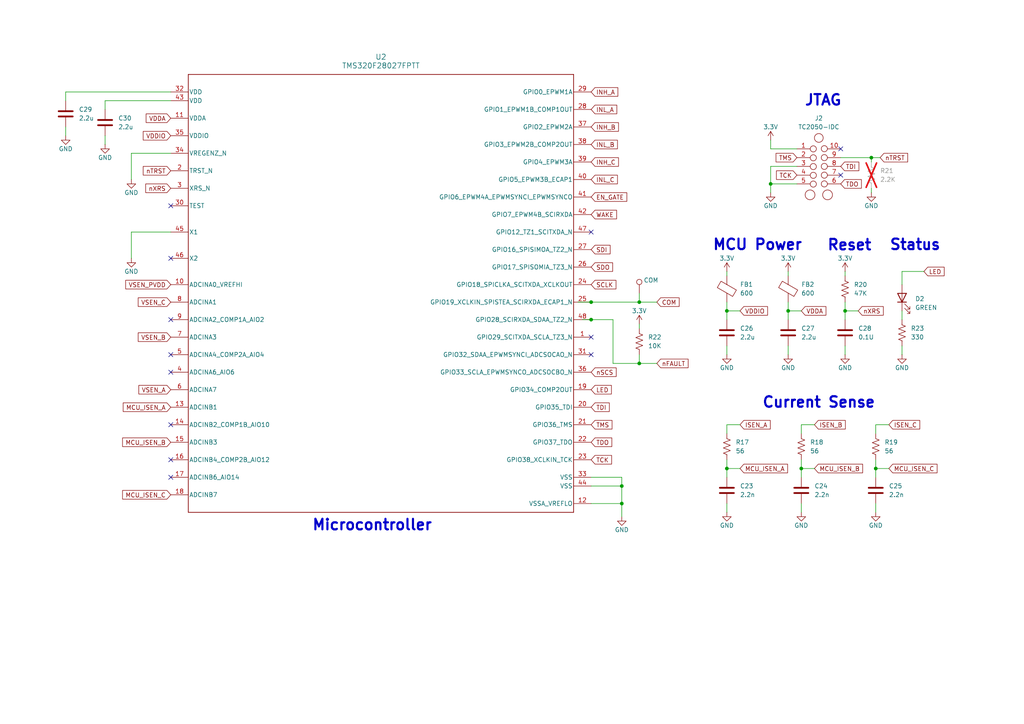
<source format=kicad_sch>
(kicad_sch (version 20231120) (generator "eeschema") (generator_version "8.0")
  (paper "A4")
  (title_block (title "Easy ESC") (date "2024-08-06") (rev "1.0") (company "Buckley Boards "))
  (lib_symbols
    (symbol "Connector:TestPoint" (pin_numbers hide) (pin_names (offset 0.762) hide)
      (property "Reference" "TP" (at 0 6.858 0))
      (property "Value" "TestPoint" (at 0 5.08 0))
      (symbol "TestPoint_0_1"
        (circle (center 0 3.302) (radius 0.762))
      )
      (symbol "TestPoint_1_1"
        (pin passive line (at 0 0 90) (length 2.54) (name "1") (number "1"))
      )
    )
    (symbol "Connectors:TC2050-IDC" (pin_names (offset 1.016) hide)
      (property "Reference" "J" (at 0 -11.43 0))
      (property "Value" "TC2050-IDC" (at 0.635 -13.97 0))
      (symbol "TC2050-IDC_0_1"
        (circle (center -2.54 -8.255) (radius 1.4224))
        (circle (center -1.6002 5.08) (radius 0.889))
        (circle (center 0 8.255) (radius 1.27))
      )
      (symbol "TC2050-IDC_1_1"
        (circle (center -1.6002 -5.1308) (radius 0.889))
        (circle (center -1.6002 -2.5908) (radius 0.889))
        (circle (center -1.6002 -0.0508) (radius 0.889))
        (circle (center -1.6002 2.4892) (radius 0.889))
        (circle (center 1.6002 -5.08) (radius 0.889))
        (circle (center 1.6002 -2.54) (radius 0.889))
        (circle (center 1.6002 0) (radius 0.889))
        (circle (center 1.6002 2.54) (radius 0.889))
        (circle (center 1.6002 5.1308) (radius 0.889))
        (circle (center 2.54 -8.255) (radius 1.4224))
        (pin passive line (at -6.35 5.08 0) (length 3.81) (name "Pin_1") (number "1"))
        (pin passive line (at 6.35 5.08 180) (length 3.81) (name "Pin_10") (number "10"))
        (pin passive line (at -6.35 2.54 0) (length 3.81) (name "Pin_2") (number "2"))
        (pin passive line (at -6.35 0 0) (length 3.81) (name "Pin_3") (number "3"))
        (pin passive line (at -6.35 -2.54 0) (length 3.81) (name "Pin_4") (number "4"))
        (pin passive line (at -6.35 -5.08 0) (length 3.81) (name "Pin_5") (number "5"))
        (pin passive line (at 6.35 -5.08 180) (length 3.81) (name "Pin_6") (number "6"))
        (pin passive line (at 6.35 -2.54 180) (length 3.81) (name "Pin_7") (number "7"))
        (pin passive line (at 6.35 0 180) (length 3.81) (name "Pin_8") (number "8"))
        (pin passive line (at 6.35 2.54 180) (length 3.81) (name "Pin_9") (number "9"))
      )
    )
    (symbol "Device:C" (pin_numbers hide) (pin_names (offset 0.254))
      (property "Reference" "C" (at 0.635 2.54 0))
      (property "Value" "C" (at 0.635 -2.54 0))
      (symbol "C_0_1"
        (polyline (pts (xy -2.032 -0.762) (xy 2.032 -0.762)) (stroke (width 0.508)))
        (polyline (pts (xy -2.032 0.762) (xy 2.032 0.762)) (stroke (width 0.508)))
      )
      (symbol "C_1_1"
        (pin passive line (at 0 3.81 270) (length 2.794) (name "~") (number "1"))
        (pin passive line (at 0 -3.81 90) (length 2.794) (name "~") (number "2"))
      )
    )
    (symbol "Device:FerriteBead" (pin_numbers hide) (pin_names (offset 0))
      (property "Reference" "FB" (at -3.81 0.635 90))
      (property "Value" "FerriteBead" (at 3.81 0 90))
      (symbol "FerriteBead_0_1"
        (polyline (pts (xy 0 -1.27) (xy 0 -1.2192)))
        (polyline (pts (xy 0 1.27) (xy 0 1.2954)))
        (polyline (pts (xy -2.7686 0.4064) (xy -1.7018 2.2606) (xy 2.7686 -0.3048) (xy 1.6764 -2.159) (xy -2.7686 0.4064)))
      )
      (symbol "FerriteBead_1_1"
        (pin passive line (at 0 3.81 270) (length 2.54) (name "~") (number "1"))
        (pin passive line (at 0 -3.81 90) (length 2.54) (name "~") (number "2"))
      )
    )
    (symbol "Device:LED" (pin_numbers hide) (pin_names (offset 1.016) hide)
      (property "Reference" "D" (at 0 2.54 0))
      (property "Value" "LED" (at 0 -2.54 0))
      (symbol "LED_0_1"
        (polyline (pts (xy -1.27 -1.27) (xy -1.27 1.27)) (stroke (width 0.254)))
        (polyline (pts (xy -1.27 0) (xy 1.27 0)))
        (polyline (pts (xy 1.27 -1.27) (xy 1.27 1.27) (xy -1.27 0) (xy 1.27 -1.27)) (stroke (width 0.254)))
        (polyline (pts (xy -3.048 -0.762) (xy -4.572 -2.286) (xy -3.81 -2.286) (xy -4.572 -2.286) (xy -4.572 -1.524)))
        (polyline (pts (xy -1.778 -0.762) (xy -3.302 -2.286) (xy -2.54 -2.286) (xy -3.302 -2.286) (xy -3.302 -1.524)))
      )
      (symbol "LED_1_1"
        (pin passive line (at -3.81 0 0) (length 2.54) (name "K") (number "1"))
        (pin passive line (at 3.81 0 180) (length 2.54) (name "A") (number "2"))
      )
    )
    (symbol "Device:R_US" (pin_numbers hide) (pin_names (offset 0))
      (property "Reference" "R" (at 2.54 0 90))
      (property "Value" "R_US" (at -2.54 0 90))
      (symbol "R_US_0_1"
        (polyline (pts (xy 0 -2.286) (xy 0 -2.54)))
        (polyline (pts (xy 0 2.286) (xy 0 2.54)))
        (polyline (pts (xy 0 -0.762) (xy 1.016 -1.143) (xy 0 -1.524) (xy -1.016 -1.905) (xy 0 -2.286)))
        (polyline (pts (xy 0 0.762) (xy 1.016 0.381) (xy 0 0) (xy -1.016 -0.381) (xy 0 -0.762)))
        (polyline (pts (xy 0 2.286) (xy 1.016 1.905) (xy 0 1.524) (xy -1.016 1.143) (xy 0 0.762)))
      )
      (symbol "R_US_1_1"
        (pin passive line (at 0 3.81 270) (length 1.27) (name "~") (number "1"))
        (pin passive line (at 0 -3.81 90) (length 1.27) (name "~") (number "2"))
      )
    )
    (symbol "TMS320F28027FPTT:TMS320F28027FPTT" (pin_names (offset 0.254))
      (property "Reference" "U" (at 0 2.54 0))
      (property "Value" "TMS320F28027FPTT" (at 0 0 0))
      (symbol "TMS320F28027FPTT_0_1"
        (polyline (pts (xy -55.88 -63.5) (xy 55.88 -63.5)) (stroke (width 0.2032)))
        (polyline (pts (xy -55.88 63.5) (xy -55.88 -63.5)) (stroke (width 0.2032)))
        (polyline (pts (xy 55.88 -63.5) (xy 55.88 63.5)) (stroke (width 0.2032)))
        (polyline (pts (xy 55.88 63.5) (xy -55.88 63.5)) (stroke (width 0.2032)))
        (pin bidirectional line (at 60.96 -12.7 180) (length 5.08) (name "GPIO29_SCITXDA_SCLA_TZ3_N") (number "1"))
        (pin bidirectional line (at -60.96 2.54 0) (length 5.08) (name "ADCINA0_VREFHI") (number "10"))
        (pin power_in line (at -60.96 50.8 0) (length 5.08) (name "VDDA") (number "11"))
        (pin power_in line (at 60.96 -60.96 180) (length 5.08) (name "VSSA_VREFLO") (number "12"))
        (pin bidirectional line (at -60.96 -33.02 0) (length 5.08) (name "ADCINB1") (number "13"))
        (pin bidirectional line (at -60.96 -38.1 0) (length 5.08) (name "ADCINB2_COMP1B_AIO10") (number "14"))
        (pin bidirectional line (at -60.96 -43.18 0) (length 5.08) (name "ADCINB3") (number "15"))
        (pin bidirectional line (at -60.96 -48.26 0) (length 5.08) (name "ADCINB4_COMP2B_AIO12") (number "16"))
        (pin bidirectional line (at -60.96 -53.34 0) (length 5.08) (name "ADCINB6_AIO14") (number "17"))
        (pin bidirectional line (at -60.96 -58.42 0) (length 5.08) (name "ADCINB7") (number "18"))
        (pin bidirectional line (at 60.96 -27.94 180) (length 5.08) (name "GPIO34_COMP2OUT") (number "19"))
        (pin input line (at -60.96 35.56 0) (length 5.08) (name "TRST_N") (number "2"))
        (pin bidirectional line (at 60.96 -33.02 180) (length 5.08) (name "GPIO35_TDI") (number "20"))
        (pin bidirectional line (at 60.96 -38.1 180) (length 5.08) (name "GPIO36_TMS") (number "21"))
        (pin bidirectional line (at 60.96 -43.18 180) (length 5.08) (name "GPIO37_TDO") (number "22"))
        (pin bidirectional line (at 60.96 -48.26 180) (length 5.08) (name "GPIO38_XCLKIN_TCK") (number "23"))
        (pin bidirectional line (at 60.96 2.54 180) (length 5.08) (name "GPIO18_SPICLKA_SCITXDA_XCLKOUT") (number "24"))
        (pin bidirectional line (at 60.96 -2.54 180) (length 5.08) (name "GPIO19_XCLKIN_SPISTEA_SCIRXDA_ECAP1_N") (number "25"))
        (pin bidirectional line (at 60.96 7.62 180) (length 5.08) (name "GPIO17_SPISOMIA_TZ3_N") (number "26"))
        (pin bidirectional line (at 60.96 12.7 180) (length 5.08) (name "GPIO16_SPISIMOA_TZ2_N") (number "27"))
        (pin bidirectional line (at 60.96 53.34 180) (length 5.08) (name "GPIO1_EPWM1B_COMP1OUT") (number "28"))
        (pin bidirectional line (at 60.96 58.42 180) (length 5.08) (name "GPIO0_EPWM1A") (number "29"))
        (pin bidirectional line (at -60.96 30.48 0) (length 5.08) (name "XRS_N") (number "3"))
        (pin input line (at -60.96 25.4 0) (length 5.08) (name "TEST") (number "30"))
        (pin bidirectional line (at 60.96 -17.78 180) (length 5.08) (name "GPIO32_SDAA_EPWMSYNCI_ADCSOCAO_N") (number "31"))
        (pin power_in line (at -60.96 58.42 0) (length 5.08) (name "VDD") (number "32"))
        (pin power_in line (at 60.96 -53.34 180) (length 5.08) (name "VSS") (number "33"))
        (pin input line (at -60.96 40.64 0) (length 5.08) (name "VREGENZ_N") (number "34"))
        (pin power_in line (at -60.96 45.72 0) (length 5.08) (name "VDDIO") (number "35"))
        (pin bidirectional line (at 60.96 -22.86 180) (length 5.08) (name "GPIO33_SCLA_EPWMSYNCO_ADCSOCBO_N") (number "36"))
        (pin bidirectional line (at 60.96 48.26 180) (length 5.08) (name "GPIO2_EPWM2A") (number "37"))
        (pin bidirectional line (at 60.96 43.18 180) (length 5.08) (name "GPIO3_EPWM2B_COMP2OUT") (number "38"))
        (pin bidirectional line (at 60.96 38.1 180) (length 5.08) (name "GPIO4_EPWM3A") (number "39"))
        (pin bidirectional line (at -60.96 -22.86 0) (length 5.08) (name "ADCINA6_AIO6") (number "4"))
        (pin bidirectional line (at 60.96 33.02 180) (length 5.08) (name "GPIO5_EPWM3B_ECAP1") (number "40"))
        (pin bidirectional line (at 60.96 27.94 180) (length 5.08) (name "GPIO6_EPWM4A_EPWMSYNCI_EPWMSYNCO") (number "41"))
        (pin bidirectional line (at 60.96 22.86 180) (length 5.08) (name "GPIO7_EPWM4B_SCIRXDA") (number "42"))
        (pin power_in line (at -60.96 55.88 0) (length 5.08) (name "VDD") (number "43"))
        (pin power_in line (at 60.96 -55.88 180) (length 5.08) (name "VSS") (number "44"))
        (pin unspecified line (at -60.96 17.78 0) (length 5.08) (name "X1") (number "45"))
        (pin unspecified line (at -60.96 10.16 0) (length 5.08) (name "X2") (number "46"))
        (pin bidirectional line (at 60.96 17.78 180) (length 5.08) (name "GPIO12_TZ1_SCITXDA_N") (number "47"))
        (pin bidirectional line (at 60.96 -7.62 180) (length 5.08) (name "GPIO28_SCIRXDA_SDAA_TZ2_N") (number "48"))
        (pin bidirectional line (at -60.96 -17.78 0) (length 5.08) (name "ADCINA4_COMP2A_AIO4") (number "5"))
        (pin bidirectional line (at -60.96 -27.94 0) (length 5.08) (name "ADCINA7") (number "6"))
        (pin bidirectional line (at -60.96 -12.7 0) (length 5.08) (name "ADCINA3") (number "7"))
        (pin bidirectional line (at -60.96 -2.54 0) (length 5.08) (name "ADCINA1") (number "8"))
        (pin bidirectional line (at -60.96 -7.62 0) (length 5.08) (name "ADCINA2_COMP1A_AIO2") (number "9"))
      )
    )
    (symbol "power:GND" (power) (pin_numbers hide) (pin_names (offset 0) hide)
      (property "Value" "GND" (at 0 -3.81 0))
      (symbol "GND_0_1"
        (polyline (pts (xy 0 0) (xy 0 -1.27) (xy 1.27 -1.27) (xy 0 -2.54) (xy -1.27 -1.27) (xy 0 -1.27)))
      )
      (symbol "GND_1_1"
        (pin power_in line (at 0 0 270) (length 0) (name "~") (number "1"))
      )
    )
    (symbol "power:VDC" (power) (pin_numbers hide) (pin_names (offset 0) hide)
      (property "Value" "VDC" (at 0 3.556 0))
      (symbol "VDC_0_1"
        (polyline (pts (xy -0.762 1.27) (xy 0 2.54)))
        (polyline (pts (xy 0 0) (xy 0 2.54)))
        (polyline (pts (xy 0 2.54) (xy 0.762 1.27)))
      )
      (symbol "VDC_1_1"
        (pin power_in line (at 0 0 90) (length 0) (name "~") (number "1"))
      )
    )
  )
  (junction (at 254 135.89))
  (junction (at 185.42 87.63))
  (junction (at 171.45 92.71))
  (junction (at 223.52 53.34))
  (junction (at 210.82 90.17))
  (junction (at 185.42 105.41))
  (junction (at 252.73 45.72))
  (junction (at 171.45 87.63))
  (junction (at 245.11 90.17))
  (junction (at 228.6 90.17))
  (junction (at 232.41 135.89))
  (junction (at 180.34 146.05))
  (junction (at 210.82 135.89))
  (junction (at 180.34 140.97))
  (no_connect (at 49.53 102.87))
  (no_connect (at 49.53 138.43))
  (no_connect (at 49.53 92.71))
  (no_connect (at 49.53 74.93))
  (no_connect (at 171.45 102.87))
  (no_connect (at 243.84 50.8))
  (no_connect (at 171.45 97.79))
  (no_connect (at 49.53 133.35))
  (no_connect (at 49.53 123.19))
  (no_connect (at 49.53 107.95))
  (no_connect (at 49.53 59.69))
  (no_connect (at 171.45 67.31))
  (no_connect (at 243.84 43.18))
  (wire (pts (xy 19.05 36.83) (xy 19.05 39.37)))
  (wire (pts (xy 223.52 53.34) (xy 231.14 53.34)))
  (wire (pts (xy 177.8 105.41) (xy 185.42 105.41)))
  (wire (pts (xy 245.11 90.17) (xy 245.11 92.71)))
  (wire (pts (xy 254 133.35) (xy 254 135.89)))
  (wire (pts (xy 210.82 90.17) (xy 214.63 90.17)))
  (wire (pts (xy 228.6 78.74) (xy 228.6 80.01)))
  (wire (pts (xy 210.82 100.33) (xy 210.82 102.87)))
  (wire (pts (xy 19.05 26.67) (xy 49.53 26.67)))
  (wire (pts (xy 185.42 93.98) (xy 185.42 95.25)))
  (wire (pts (xy 171.45 138.43) (xy 180.34 138.43)))
  (wire (pts (xy 231.14 43.18) (xy 223.52 43.18)))
  (wire (pts (xy 210.82 133.35) (xy 210.82 135.89)))
  (wire (pts (xy 180.34 140.97) (xy 180.34 146.05)))
  (wire (pts (xy 232.41 135.89) (xy 236.22 135.89)))
  (wire (pts (xy 231.14 48.26) (xy 223.52 48.26)))
  (wire (pts (xy 243.84 45.72) (xy 252.73 45.72)))
  (wire (pts (xy 38.1 44.45) (xy 38.1 52.07)))
  (wire (pts (xy 177.8 92.71) (xy 177.8 105.41)))
  (wire (pts (xy 245.11 78.74) (xy 245.11 80.01)))
  (wire (pts (xy 49.53 29.21) (xy 30.48 29.21)))
  (wire (pts (xy 254 123.19) (xy 257.81 123.19)))
  (wire (pts (xy 254 123.19) (xy 254 125.73)))
  (wire (pts (xy 254 146.05) (xy 254 148.59)))
  (wire (pts (xy 190.5 87.63) (xy 185.42 87.63)))
  (wire (pts (xy 252.73 54.61) (xy 252.73 55.88)))
  (wire (pts (xy 210.82 90.17) (xy 210.82 92.71)))
  (wire (pts (xy 38.1 44.45) (xy 49.53 44.45)))
  (wire (pts (xy 232.41 133.35) (xy 232.41 135.89)))
  (wire (pts (xy 38.1 67.31) (xy 38.1 74.93)))
  (wire (pts (xy 210.82 135.89) (xy 214.63 135.89)))
  (wire (pts (xy 30.48 39.37) (xy 30.48 41.91)))
  (wire (pts (xy 228.6 90.17) (xy 228.6 92.71)))
  (wire (pts (xy 210.82 123.19) (xy 214.63 123.19)))
  (wire (pts (xy 185.42 87.63) (xy 171.45 87.63)))
  (wire (pts (xy 185.42 85.09) (xy 185.42 87.63)))
  (wire (pts (xy 261.62 82.55) (xy 261.62 78.74)))
  (wire (pts (xy 185.42 102.87) (xy 185.42 105.41)))
  (wire (pts (xy 228.6 87.63) (xy 228.6 90.17)))
  (wire (pts (xy 167.64 87.63) (xy 171.45 87.63)))
  (wire (pts (xy 261.62 100.33) (xy 261.62 102.87)))
  (wire (pts (xy 245.11 100.33) (xy 245.11 102.87)))
  (wire (pts (xy 232.41 146.05) (xy 232.41 148.59)))
  (wire (pts (xy 232.41 123.19) (xy 236.22 123.19)))
  (wire (pts (xy 185.42 105.41) (xy 190.5 105.41)))
  (wire (pts (xy 252.73 45.72) (xy 252.73 46.99)))
  (wire (pts (xy 210.82 123.19) (xy 210.82 125.73)))
  (wire (pts (xy 19.05 29.21) (xy 19.05 26.67)))
  (wire (pts (xy 228.6 100.33) (xy 228.6 102.87)))
  (wire (pts (xy 30.48 29.21) (xy 30.48 31.75)))
  (wire (pts (xy 180.34 146.05) (xy 180.34 149.86)))
  (wire (pts (xy 252.73 45.72) (xy 255.27 45.72)))
  (wire (pts (xy 232.41 135.89) (xy 232.41 138.43)))
  (wire (pts (xy 245.11 87.63) (xy 245.11 90.17)))
  (wire (pts (xy 254 135.89) (xy 254 138.43)))
  (wire (pts (xy 171.45 92.71) (xy 177.8 92.71)))
  (wire (pts (xy 210.82 78.74) (xy 210.82 80.01)))
  (wire (pts (xy 223.52 53.34) (xy 223.52 55.88)))
  (wire (pts (xy 245.11 90.17) (xy 248.92 90.17)))
  (wire (pts (xy 232.41 123.19) (xy 232.41 125.73)))
  (wire (pts (xy 223.52 48.26) (xy 223.52 53.34)))
  (wire (pts (xy 261.62 78.74) (xy 267.97 78.74)))
  (wire (pts (xy 171.45 140.97) (xy 180.34 140.97)))
  (wire (pts (xy 171.45 146.05) (xy 180.34 146.05)))
  (wire (pts (xy 228.6 90.17) (xy 232.41 90.17)))
  (wire (pts (xy 180.34 138.43) (xy 180.34 140.97)))
  (wire (pts (xy 210.82 87.63) (xy 210.82 90.17)))
  (wire (pts (xy 210.82 146.05) (xy 210.82 148.59)))
  (wire (pts (xy 254 135.89) (xy 257.81 135.89)))
  (wire (pts (xy 210.82 135.89) (xy 210.82 138.43)))
  (wire (pts (xy 261.62 90.17) (xy 261.62 92.71)))
  (wire (pts (xy 223.52 43.18) (xy 223.52 40.64)))
  (wire (pts (xy 38.1 67.31) (xy 49.53 67.31)))
  (wire (pts (xy 168.91 92.71) (xy 171.45 92.71)))
  (text "MCU Power" (at 219.71 71.12 0) (effects (font (size 3.048 3.048) (bold yes))))
  (text "Current Sense" (at 237.49 116.84 0) (effects (font (size 3.048 3.048) (bold yes))))
  (text "Reset\n\n" (at 246.38 73.66 0) (effects (font (size 3.048 3.048) (bold yes))))
  (text "Status\n" (at 265.43 71.12 0) (effects (font (size 3.048 3.048) (bold yes))))
  (text "Microcontroller" (at 107.95 152.4 0) (effects (font (size 3.048 3.048) (bold yes))))
  (text "JTAG\n" (at 238.76 29.21 0) (effects (font (size 3.048 3.048) (bold yes))))
  (global_label "ISEN_C" (shape input) (at 257.81 123.19 0) (property "Intersheetrefs" "${INTERSHEET_REFS}" (effects (hide yes))))
  (global_label "nFAULT" (shape input) (at 190.5 105.41 0) (property "Intersheetrefs" "${INTERSHEET_REFS}" (effects (hide yes))))
  (global_label "TDO" (shape input) (at 171.45 128.27 0) (property "Intersheetrefs" "${INTERSHEET_REFS}" (effects (hide yes))))
  (global_label "MCU_ISEN_A" (shape input) (at 49.53 118.11 180) (property "Intersheetrefs" "${INTERSHEET_REFS}" (effects (hide yes))))
  (global_label "INH_B" (shape input) (at 171.45 36.83 0) (property "Intersheetrefs" "${INTERSHEET_REFS}" (effects (hide yes))))
  (global_label "nTRST" (shape input) (at 255.27 45.72 0) (property "Intersheetrefs" "${INTERSHEET_REFS}" (effects (hide yes))))
  (global_label "INH_A" (shape input) (at 171.45 26.67 0) (property "Intersheetrefs" "${INTERSHEET_REFS}" (effects (hide yes))))
  (global_label "VDDIO" (shape input) (at 49.53 39.37 180) (property "Intersheetrefs" "${INTERSHEET_REFS}" (effects (hide yes))))
  (global_label "MCU_ISEN_A" (shape input) (at 214.63 135.89 0) (property "Intersheetrefs" "${INTERSHEET_REFS}" (effects (hide yes))))
  (global_label "TCK" (shape input) (at 231.14 50.8 180) (property "Intersheetrefs" "${INTERSHEET_REFS}" (effects (hide yes))))
  (global_label "VSEN_PVDD" (shape input) (at 49.53 82.55 180) (property "Intersheetrefs" "${INTERSHEET_REFS}" (effects (hide yes))))
  (global_label "nXRS" (shape input) (at 248.92 90.17 0) (property "Intersheetrefs" "${INTERSHEET_REFS}" (effects (hide yes))))
  (global_label "INL_A" (shape input) (at 171.45 31.75 0) (property "Intersheetrefs" "${INTERSHEET_REFS}" (effects (hide yes))))
  (global_label "MCU_ISEN_C" (shape input) (at 257.81 135.89 0) (property "Intersheetrefs" "${INTERSHEET_REFS}" (effects (hide yes))))
  (global_label "MCU_ISEN_B" (shape input) (at 236.22 135.89 0) (property "Intersheetrefs" "${INTERSHEET_REFS}" (effects (hide yes))))
  (global_label "INH_C" (shape input) (at 171.45 46.99 0) (property "Intersheetrefs" "${INTERSHEET_REFS}" (effects (hide yes))))
  (global_label "INL_B" (shape input) (at 171.45 41.91 0) (property "Intersheetrefs" "${INTERSHEET_REFS}" (effects (hide yes))))
  (global_label "ISEN_B" (shape input) (at 236.22 123.19 0) (property "Intersheetrefs" "${INTERSHEET_REFS}" (effects (hide yes))))
  (global_label "VSEN_B" (shape input) (at 49.53 97.79 180) (property "Intersheetrefs" "${INTERSHEET_REFS}" (effects (hide yes))))
  (global_label "VSEN_A" (shape input) (at 49.53 113.03 180) (property "Intersheetrefs" "${INTERSHEET_REFS}" (effects (hide yes))))
  (global_label "LED" (shape input) (at 171.45 113.03 0) (property "Intersheetrefs" "${INTERSHEET_REFS}" (effects (hide yes))))
  (global_label "VSEN_C" (shape input) (at 49.53 87.63 180) (property "Intersheetrefs" "${INTERSHEET_REFS}" (effects (hide yes))))
  (global_label "LED" (shape input) (at 267.97 78.74 0) (property "Intersheetrefs" "${INTERSHEET_REFS}" (effects (hide yes))))
  (global_label "COM" (shape input) (at 190.5 87.63 0) (property "Intersheetrefs" "${INTERSHEET_REFS}" (effects (hide yes))))
  (global_label "MCU_ISEN_B" (shape input) (at 49.53 128.27 180) (property "Intersheetrefs" "${INTERSHEET_REFS}" (effects (hide yes))))
  (global_label "TDO" (shape input) (at 243.84 53.34 0) (property "Intersheetrefs" "${INTERSHEET_REFS}" (effects (hide yes))))
  (global_label "nTRST" (shape input) (at 49.53 49.53 180) (property "Intersheetrefs" "${INTERSHEET_REFS}" (effects (hide yes))))
  (global_label "TMS" (shape input) (at 171.45 123.19 0) (property "Intersheetrefs" "${INTERSHEET_REFS}" (effects (hide yes))))
  (global_label "TCK" (shape input) (at 171.45 133.35 0) (property "Intersheetrefs" "${INTERSHEET_REFS}" (effects (hide yes))))
  (global_label "WAKE" (shape input) (at 171.45 62.23 0) (property "Intersheetrefs" "${INTERSHEET_REFS}" (effects (hide yes))))
  (global_label "VDDA" (shape input) (at 232.41 90.17 0) (property "Intersheetrefs" "${INTERSHEET_REFS}" (effects (hide yes))))
  (global_label "TDI" (shape input) (at 243.84 48.26 0) (property "Intersheetrefs" "${INTERSHEET_REFS}" (effects (hide yes))))
  (global_label "nSCS" (shape input) (at 171.45 107.95 0) (property "Intersheetrefs" "${INTERSHEET_REFS}" (effects (hide yes))))
  (global_label "SCLK" (shape input) (at 171.45 82.55 0) (property "Intersheetrefs" "${INTERSHEET_REFS}" (effects (hide yes))))
  (global_label "INL_C" (shape input) (at 171.45 52.07 0) (property "Intersheetrefs" "${INTERSHEET_REFS}" (effects (hide yes))))
  (global_label "SDO" (shape input) (at 171.45 77.47 0) (property "Intersheetrefs" "${INTERSHEET_REFS}" (effects (hide yes))))
  (global_label "TMS" (shape input) (at 231.14 45.72 180) (property "Intersheetrefs" "${INTERSHEET_REFS}" (effects (hide yes))))
  (global_label "VDDIO" (shape input) (at 214.63 90.17 0) (property "Intersheetrefs" "${INTERSHEET_REFS}" (effects (hide yes))))
  (global_label "VDDA" (shape input) (at 49.53 34.29 180) (property "Intersheetrefs" "${INTERSHEET_REFS}" (effects (hide yes))))
  (global_label "nXRS" (shape input) (at 49.53 54.61 180) (property "Intersheetrefs" "${INTERSHEET_REFS}" (effects (hide yes))))
  (global_label "EN_GATE" (shape input) (at 171.45 57.15 0) (property "Intersheetrefs" "${INTERSHEET_REFS}" (effects (hide yes))))
  (global_label "TDI" (shape input) (at 171.45 118.11 0) (property "Intersheetrefs" "${INTERSHEET_REFS}" (effects (hide yes))))
  (global_label "MCU_ISEN_C" (shape input) (at 49.53 143.51 180) (property "Intersheetrefs" "${INTERSHEET_REFS}" (effects (hide yes))))
  (global_label "SDI" (shape input) (at 171.45 72.39 0) (property "Intersheetrefs" "${INTERSHEET_REFS}" (effects (hide yes))))
  (global_label "ISEN_A" (shape input) (at 214.63 123.19 0) (property "Intersheetrefs" "${INTERSHEET_REFS}" (effects (hide yes))))
  (symbol (lib_id "power:GND") (at 19.05 39.37 0) (unit 1)
    (property "Reference" "#PWR025" (effects (hide yes)))
    (property "Value" "GND" (at 19.05 43.18 0))
    (property "Description" "Power symbol creates a global label with name \"GND\" , ground" (effects (hide yes)))
  )
  (symbol (lib_id "Device:FerriteBead") (at 228.6 83.82 0) (unit 1)
    (property "Reference" "FB2" (at 232.41 82.4991 0) (effects (justify left)))
    (property "Value" "600" (at 232.41 85.0391 0) (effects (justify left)))
    (property "Description" "Ferrite bead" (effects (hide yes)))
  )
  (symbol (lib_id "power:VDC") (at 223.52 40.64 0) (unit 1)
    (property "Reference" "#PWR031" (effects (hide yes)))
    (property "Value" "3.3V" (at 223.52 36.83 0))
    (property "Description" "Power symbol creates a global label with name \"VDC\"" (effects (hide yes)))
  )
  (symbol (lib_id "Device:FerriteBead") (at 210.82 83.82 0) (unit 1)
    (property "Reference" "FB1" (at 214.63 82.4991 0) (effects (justify left)))
    (property "Value" "600" (at 214.63 85.0391 0) (effects (justify left)))
    (property "Description" "Ferrite bead" (effects (hide yes)))
  )
  (symbol (lib_id "Device:R_US") (at 254 129.54 0) (unit 1)
    (property "Reference" "R19" (at 256.54 128.2699 0) (effects (justify left)))
    (property "Value" "56" (at 256.54 130.8099 0) (effects (justify left)))
    (property "Description" "Resistor, US symbol" (effects (hide yes)))
  )
  (symbol (lib_id "Connectors:TC2050-IDC") (at 237.49 48.26 0) (unit 1)
    (property "Reference" "J2" (at 237.49 34.29 0))
    (property "Value" "TC2050-IDC" (at 237.49 36.83 0))
    (property "Footprint" "Connector:Tag-Connect_TC2050-IDC-NL_2x05_P1.27mm_Vertical" (effects (hide yes)))
    (property "Datasheet" "https://www.tag-connect.com/wp-content/uploads/bsk-pdf-manager/TC2050-IDC-NL_Datasheet_8.pdf" (effects (hide yes)))
    (property "Description" "Header, Tagconnect, 2x5" (effects (hide yes)))
  )
  (symbol (lib_id "Device:C") (at 210.82 96.52 0) (unit 1)
    (property "Reference" "C26" (at 214.63 95.2499 0) (effects (justify left)))
    (property "Value" "2.2u" (at 214.63 97.7899 0) (effects (justify left)))
    (property "Description" "Unpolarized capacitor" (effects (hide yes)))
  )
  (symbol (lib_id "power:GND") (at 38.1 52.07 0) (unit 1)
    (property "Reference" "#PWR027" (effects (hide yes)))
    (property "Value" "GND" (at 38.1 55.88 0))
    (property "Description" "Power symbol creates a global label with name \"GND\" , ground" (effects (hide yes)))
  )
  (symbol (lib_id "power:GND") (at 180.34 149.86 0) (unit 1)
    (property "Reference" "#PWR029" (effects (hide yes)))
    (property "Value" "GND" (at 180.34 153.67 0))
    (property "Description" "Power symbol creates a global label with name \"GND\" , ground" (effects (hide yes)))
  )
  (symbol (lib_id "Device:R_US") (at 185.42 99.06 0) (unit 1)
    (property "Reference" "R22" (at 187.96 97.7899 0) (effects (justify left)))
    (property "Value" "10K" (at 187.96 100.3299 0) (effects (justify left)))
    (property "Description" "Resistor, US symbol" (effects (hide yes)))
  )
  (symbol (lib_id "power:VDC") (at 228.6 78.74 0) (unit 1)
    (property "Reference" "#PWR036" (effects (hide yes)))
    (property "Value" "3.3V" (at 228.6 74.93 0))
    (property "Description" "Power symbol creates a global label with name \"VDC\"" (effects (hide yes)))
  )
  (symbol (lib_id "power:GND") (at 30.48 41.91 0) (unit 1)
    (property "Reference" "#PWR026" (effects (hide yes)))
    (property "Value" "GND" (at 30.48 45.72 0))
    (property "Description" "Power symbol creates a global label with name \"GND\" , ground" (effects (hide yes)))
  )
  (symbol (lib_id "Device:R_US") (at 261.62 96.52 0) (unit 1)
    (property "Reference" "R23" (at 264.16 95.2499 0) (effects (justify left)))
    (property "Value" "330" (at 264.16 97.7899 0) (effects (justify left)))
    (property "Description" "Resistor, US symbol" (effects (hide yes)))
  )
  (symbol (lib_id "TMS320F28027FPTT:TMS320F28027FPTT") (at 110.49 85.09 0) (unit 1)
    (property "Reference" "U2" (at 110.49 16.51 0) (effects (font (size 1.524 1.524))))
    (property "Value" "TMS320F28027FPTT" (at 110.49 19.05 0) (effects (font (size 1.524 1.524))))
    (property "Footprint" "TMS320F28027FPTT:PT0048A_N" (effects (hide yes)))
    (property "Datasheet" "TMS320F28027FPTT" (effects (hide yes)))
  )
  (symbol (lib_id "Connector:TestPoint") (at 185.42 85.09 0) (unit 1)
    (property "Reference" "COM" (at 186.69 81.28 0) (effects (justify left)))
    (property "Value" "TestPoint" (effects (hide yes)))
    (property "Description" "test point" (effects (hide yes)))
  )
  (symbol (lib_id "power:GND") (at 232.41 148.59 0) (unit 1)
    (property "Reference" "#PWR041" (effects (hide yes)))
    (property "Value" "GND" (at 232.41 152.4 0))
    (property "Description" "Power symbol creates a global label with name \"GND\" , ground" (effects (hide yes)))
  )
  (symbol (lib_id "power:GND") (at 254 148.59 0) (unit 1)
    (property "Reference" "#PWR043" (effects (hide yes)))
    (property "Value" "GND" (at 254 152.4 0))
    (property "Description" "Power symbol creates a global label with name \"GND\" , ground" (effects (hide yes)))
  )
  (symbol (lib_id "Device:C") (at 210.82 142.24 0) (unit 1)
    (property "Reference" "C23" (at 214.63 140.9699 0) (effects (justify left)))
    (property "Value" "2.2n" (at 214.63 143.5099 0) (effects (justify left)))
    (property "Description" "Unpolarized capacitor" (effects (hide yes)))
  )
  (symbol (lib_id "Device:R_US") (at 232.41 129.54 0) (unit 1)
    (property "Reference" "R18" (at 234.95 128.2699 0) (effects (justify left)))
    (property "Value" "56" (at 234.95 130.8099 0) (effects (justify left)))
    (property "Description" "Resistor, US symbol" (effects (hide yes)))
  )
  (symbol (lib_id "power:VDC") (at 245.11 78.74 0) (unit 1)
    (property "Reference" "#PWR038" (effects (hide yes)))
    (property "Value" "3.3V" (at 245.11 74.93 0))
    (property "Description" "Power symbol creates a global label with name \"VDC\"" (effects (hide yes)))
  )
  (symbol (lib_id "power:GND") (at 210.82 148.59 0) (unit 1)
    (property "Reference" "#PWR042" (effects (hide yes)))
    (property "Value" "GND" (at 210.82 152.4 0))
    (property "Description" "Power symbol creates a global label with name \"GND\" , ground" (effects (hide yes)))
  )
  (symbol (lib_id "power:GND") (at 245.11 102.87 0) (unit 1)
    (property "Reference" "#PWR039" (effects (hide yes)))
    (property "Value" "GND" (at 245.11 106.68 0))
    (property "Description" "Power symbol creates a global label with name \"GND\" , ground" (effects (hide yes)))
  )
  (symbol (lib_id "power:GND") (at 252.73 55.88 0) (unit 1)
    (property "Reference" "#PWR033" (effects (hide yes)))
    (property "Value" "GND" (at 252.73 59.69 0))
    (property "Description" "Power symbol creates a global label with name \"GND\" , ground" (effects (hide yes)))
  )
  (symbol (lib_id "Device:C") (at 232.41 142.24 0) (unit 1)
    (property "Reference" "C24" (at 236.22 140.9699 0) (effects (justify left)))
    (property "Value" "2.2n" (at 236.22 143.5099 0) (effects (justify left)))
    (property "Description" "Unpolarized capacitor" (effects (hide yes)))
  )
  (symbol (lib_id "Device:C") (at 228.6 96.52 0) (unit 1)
    (property "Reference" "C27" (at 232.41 95.2499 0) (effects (justify left)))
    (property "Value" "2.2u" (at 232.41 97.7899 0) (effects (justify left)))
    (property "Description" "Unpolarized capacitor" (effects (hide yes)))
  )
  (symbol (lib_id "Device:C") (at 30.48 35.56 0) (unit 1)
    (property "Reference" "C30" (at 34.29 34.2899 0) (effects (justify left)))
    (property "Value" "2.2u" (at 34.29 36.8299 0) (effects (justify left)))
    (property "Description" "Unpolarized capacitor" (effects (hide yes)))
  )
  (symbol (lib_id "power:GND") (at 210.82 102.87 0) (unit 1)
    (property "Reference" "#PWR035" (effects (hide yes)))
    (property "Value" "GND" (at 210.82 106.68 0))
    (property "Description" "Power symbol creates a global label with name \"GND\" , ground" (effects (hide yes)))
  )
  (symbol (lib_id "Device:C") (at 245.11 96.52 0) (unit 1)
    (property "Reference" "C28" (at 248.92 95.2499 0) (effects (justify left)))
    (property "Value" "0.1U" (at 248.92 97.7899 0) (effects (justify left)))
    (property "Description" "Unpolarized capacitor" (effects (hide yes)))
  )
  (symbol (lib_id "Device:C") (at 19.05 33.02 0) (unit 1)
    (property "Reference" "C29" (at 22.86 31.7499 0) (effects (justify left)))
    (property "Value" "2.2u" (at 22.86 34.2899 0) (effects (justify left)))
    (property "Description" "Unpolarized capacitor" (effects (hide yes)))
  )
  (symbol (lib_id "power:GND") (at 261.62 102.87 0) (unit 1)
    (property "Reference" "#PWR040" (effects (hide yes)))
    (property "Value" "GND" (at 261.62 106.68 0))
    (property "Description" "Power symbol creates a global label with name \"GND\" , ground" (effects (hide yes)))
  )
  (symbol (lib_id "power:GND") (at 38.1 74.93 0) (unit 1)
    (property "Reference" "#PWR028" (effects (hide yes)))
    (property "Value" "GND" (at 38.1 78.74 0))
    (property "Description" "Power symbol creates a global label with name \"GND\" , ground" (effects (hide yes)))
  )
  (symbol (lib_id "power:VDC") (at 210.82 78.74 0) (unit 1)
    (property "Reference" "#PWR034" (effects (hide yes)))
    (property "Value" "3.3V" (at 210.82 74.93 0))
    (property "Description" "Power symbol creates a global label with name \"VDC\"" (effects (hide yes)))
  )
  (symbol (lib_id "Device:LED") (at 261.62 86.36 90) (unit 1)
    (property "Reference" "D2" (at 265.43 86.6774 90) (effects (justify right)))
    (property "Value" "GREEN" (at 265.43 89.2174 90) (effects (justify right)))
    (property "Description" "Light emitting diode" (effects (hide yes)))
  )
  (symbol (lib_id "Device:R_US") (at 210.82 129.54 0) (unit 1)
    (property "Reference" "R17" (at 213.36 128.2699 0) (effects (justify left)))
    (property "Value" "56" (at 213.36 130.8099 0) (effects (justify left)))
    (property "Description" "Resistor, US symbol" (effects (hide yes)))
  )
  (symbol (lib_id "power:VDC") (at 185.42 93.98 0) (unit 1)
    (property "Reference" "#PWR030" (effects (hide yes)))
    (property "Value" "3.3V" (at 185.42 90.17 0))
    (property "Description" "Power symbol creates a global label with name \"VDC\"" (effects (hide yes)))
  )
  (symbol (lib_id "power:GND") (at 228.6 102.87 0) (unit 1)
    (property "Reference" "#PWR037" (effects (hide yes)))
    (property "Value" "GND" (at 228.6 106.68 0))
    (property "Description" "Power symbol creates a global label with name \"GND\" , ground" (effects (hide yes)))
  )
  (symbol (lib_id "Device:C") (at 254 142.24 0) (unit 1)
    (property "Reference" "C25" (at 257.81 140.9699 0) (effects (justify left)))
    (property "Value" "2.2n" (at 257.81 143.5099 0) (effects (justify left)))
    (property "Description" "Unpolarized capacitor" (effects (hide yes)))
  )
  (symbol (lib_id "power:GND") (at 223.52 55.88 0) (unit 1)
    (property "Reference" "#PWR032" (effects (hide yes)))
    (property "Value" "GND" (at 223.52 59.69 0))
    (property "Description" "Power symbol creates a global label with name \"GND\" , ground" (effects (hide yes)))
  )
  (symbol (lib_id "Device:R_US") (at 245.11 83.82 0) (unit 1)
    (property "Reference" "R20" (at 247.65 82.5499 0) (effects (justify left)))
    (property "Value" "47K" (at 247.65 85.0899 0) (effects (justify left)))
    (property "Description" "Resistor, US symbol" (effects (hide yes)))
  )
  (symbol (lib_id "Device:R_US") (at 252.73 50.8 0) (unit 1) (dnp yes)
    (property "Reference" "R21" (at 255.27 49.53 0) (effects (justify left)))
    (property "Value" "2.2K" (at 255.27 52.07 0) (effects (justify left)))
    (property "Description" "Resistor, US symbol" (effects (hide yes)))
  )
)
</source>
